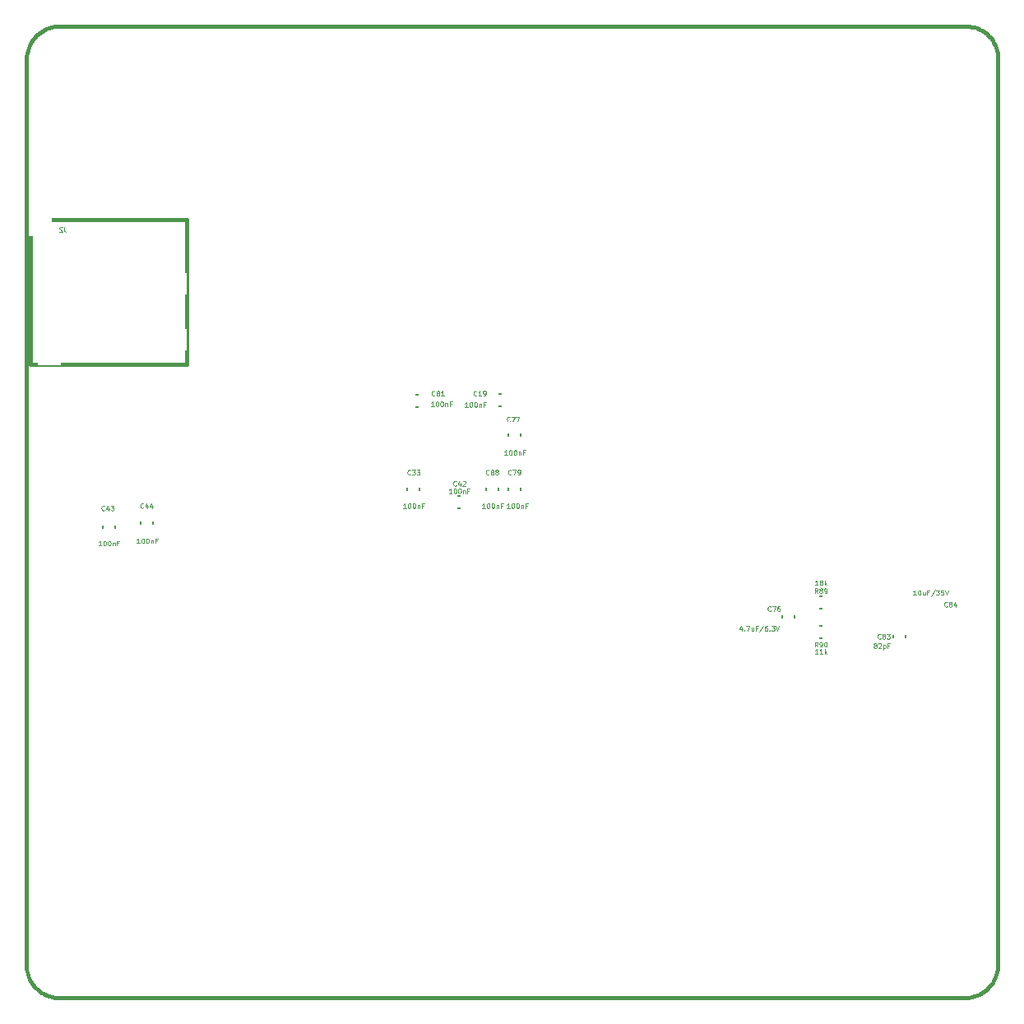
<source format=gbo>
G04 (created by PCBNEW-RS274X (2011-05-25)-stable) date 2011-12-18T13:02:57 CET*
G01*
G70*
G90*
%MOIN*%
G04 Gerber Fmt 3.4, Leading zero omitted, Abs format*
%FSLAX34Y34*%
G04 APERTURE LIST*
%ADD10C,0.006000*%
%ADD11C,0.015000*%
%ADD12C,0.005000*%
%ADD13C,0.004900*%
%ADD14C,0.004500*%
%ADD15C,0.080000*%
%ADD16C,0.126300*%
%ADD17R,0.100000X0.080000*%
%ADD18R,0.065000X0.045000*%
%ADD19R,0.045000X0.065000*%
%ADD20C,0.075000*%
%ADD21C,0.070000*%
%ADD22R,0.080000X0.080000*%
%ADD23R,0.095000X0.095000*%
%ADD24C,0.095000*%
%ADD25C,0.256200*%
%ADD26R,0.120000X0.120000*%
%ADD27C,0.120000*%
%ADD28R,0.059400X0.059400*%
%ADD29C,0.059400*%
%ADD30R,0.079100X0.051500*%
%ADD31R,0.075100X0.090900*%
%ADD32R,0.094800X0.075100*%
%ADD33C,0.098700*%
%ADD34C,0.010000*%
G04 APERTURE END LIST*
G54D10*
G54D11*
X39375Y-01325D02*
X39375Y-37975D01*
X01400Y00000D02*
X38100Y00000D01*
X00000Y-37925D02*
X00000Y-01325D01*
X38075Y-39375D02*
X01275Y-39375D01*
X01375Y-00001D02*
X01259Y-00004D01*
X01142Y-00017D01*
X01026Y-00040D01*
X00913Y-00073D01*
X00804Y-00116D01*
X00698Y-00169D01*
X00598Y-00230D01*
X00503Y-00300D01*
X00414Y-00378D01*
X00333Y-00463D01*
X00260Y-00555D01*
X00195Y-00653D01*
X00138Y-00757D01*
X00091Y-00865D01*
X00053Y-00976D01*
X00026Y-01091D01*
X00008Y-01207D01*
X00001Y-01325D01*
X00001Y-37950D02*
X-00001Y-38067D01*
X00008Y-38185D01*
X00027Y-38301D01*
X00056Y-38415D01*
X00095Y-38527D01*
X00144Y-38634D01*
X00201Y-38737D01*
X00268Y-38834D01*
X00343Y-38926D01*
X00425Y-39010D01*
X00514Y-39087D01*
X00610Y-39156D01*
X00712Y-39216D01*
X00818Y-39267D01*
X00928Y-39309D01*
X01042Y-39341D01*
X01158Y-39363D01*
X01275Y-39374D01*
X38074Y-39374D02*
X38191Y-39364D01*
X38307Y-39345D01*
X38421Y-39315D01*
X38532Y-39275D01*
X38639Y-39226D01*
X38742Y-39168D01*
X38839Y-39101D01*
X38930Y-39026D01*
X39013Y-38943D01*
X39090Y-38854D01*
X39158Y-38758D01*
X39218Y-38656D01*
X39268Y-38550D01*
X39309Y-38439D01*
X39340Y-38326D01*
X39362Y-38210D01*
X39373Y-38093D01*
X39374Y-37976D01*
X39374Y-01324D02*
X39371Y-01212D01*
X39359Y-01099D01*
X39336Y-00988D01*
X39304Y-00879D01*
X39263Y-00774D01*
X39213Y-00672D01*
X39154Y-00575D01*
X39086Y-00484D01*
X39011Y-00399D01*
X38929Y-00321D01*
X38840Y-00250D01*
X38746Y-00187D01*
X38646Y-00133D01*
X38542Y-00088D01*
X38435Y-00051D01*
X38325Y-00025D01*
X38213Y-00008D01*
X38099Y-00001D01*
G54D12*
X36200Y-23175D02*
X37100Y-23175D01*
X37100Y-23175D02*
X37100Y-23825D01*
X36200Y-24525D02*
X36200Y-25175D01*
X36200Y-25175D02*
X37100Y-25175D01*
X37100Y-25175D02*
X37100Y-24525D01*
X36200Y-23825D02*
X36200Y-23175D01*
X03100Y-19850D02*
X03100Y-20750D01*
X03100Y-20750D02*
X03600Y-20750D01*
X03600Y-20750D02*
X03600Y-19850D01*
X03600Y-19850D02*
X03100Y-19850D01*
X04650Y-19700D02*
X04650Y-20600D01*
X04650Y-20600D02*
X05150Y-20600D01*
X05150Y-20600D02*
X05150Y-19700D01*
X05150Y-19700D02*
X04650Y-19700D01*
X19525Y-16125D02*
X19525Y-17025D01*
X19525Y-17025D02*
X20025Y-17025D01*
X20025Y-17025D02*
X20025Y-16125D01*
X20025Y-16125D02*
X19525Y-16125D01*
X20025Y-19225D02*
X20025Y-18325D01*
X20025Y-18325D02*
X19525Y-18325D01*
X19525Y-18325D02*
X19525Y-19225D01*
X19525Y-19225D02*
X20025Y-19225D01*
X16275Y-14925D02*
X15375Y-14925D01*
X15375Y-14925D02*
X15375Y-15425D01*
X15375Y-15425D02*
X16275Y-15425D01*
X16275Y-15425D02*
X16275Y-14925D01*
X19125Y-19225D02*
X19125Y-18325D01*
X19125Y-18325D02*
X18625Y-18325D01*
X18625Y-18325D02*
X18625Y-19225D01*
X18625Y-19225D02*
X19125Y-19225D01*
X30650Y-23500D02*
X30650Y-24400D01*
X30650Y-24400D02*
X31150Y-24400D01*
X31150Y-24400D02*
X31150Y-23500D01*
X31150Y-23500D02*
X30650Y-23500D01*
X35150Y-24275D02*
X35150Y-25175D01*
X35150Y-25175D02*
X35650Y-25175D01*
X35650Y-25175D02*
X35650Y-24275D01*
X35650Y-24275D02*
X35150Y-24275D01*
X31750Y-23600D02*
X32650Y-23600D01*
X32650Y-23600D02*
X32650Y-23100D01*
X32650Y-23100D02*
X31750Y-23100D01*
X31750Y-23100D02*
X31750Y-23600D01*
X32650Y-24300D02*
X31750Y-24300D01*
X31750Y-24300D02*
X31750Y-24800D01*
X31750Y-24800D02*
X32650Y-24800D01*
X32650Y-24800D02*
X32650Y-24300D01*
X15450Y-18325D02*
X15450Y-19225D01*
X15450Y-19225D02*
X15950Y-19225D01*
X15950Y-19225D02*
X15950Y-18325D01*
X15950Y-18325D02*
X15450Y-18325D01*
X19650Y-14900D02*
X18750Y-14900D01*
X18750Y-14900D02*
X18750Y-15400D01*
X18750Y-15400D02*
X19650Y-15400D01*
X19650Y-15400D02*
X19650Y-14900D01*
X17100Y-19550D02*
X18000Y-19550D01*
X18000Y-19550D02*
X18000Y-19050D01*
X18000Y-19050D02*
X17100Y-19050D01*
X17100Y-19050D02*
X17100Y-19550D01*
G54D11*
X00163Y-13699D02*
X00163Y-07833D01*
X06462Y-07833D02*
X06501Y-07833D01*
X06501Y-07833D02*
X06501Y-07912D01*
X00163Y-07833D02*
X06462Y-07833D01*
X06501Y-13700D02*
X06501Y-07912D01*
X00163Y-13699D02*
X06501Y-13699D01*
G54D13*
X37323Y-23510D02*
X37314Y-23520D01*
X37286Y-23529D01*
X37267Y-23529D01*
X37239Y-23520D01*
X37220Y-23501D01*
X37211Y-23482D01*
X37202Y-23445D01*
X37202Y-23417D01*
X37211Y-23379D01*
X37220Y-23360D01*
X37239Y-23342D01*
X37267Y-23332D01*
X37286Y-23332D01*
X37314Y-23342D01*
X37323Y-23351D01*
X37436Y-23417D02*
X37417Y-23407D01*
X37408Y-23398D01*
X37399Y-23379D01*
X37399Y-23370D01*
X37408Y-23351D01*
X37417Y-23342D01*
X37436Y-23332D01*
X37474Y-23332D01*
X37492Y-23342D01*
X37502Y-23351D01*
X37511Y-23370D01*
X37511Y-23379D01*
X37502Y-23398D01*
X37492Y-23407D01*
X37474Y-23417D01*
X37436Y-23417D01*
X37417Y-23426D01*
X37408Y-23435D01*
X37399Y-23454D01*
X37399Y-23492D01*
X37408Y-23510D01*
X37417Y-23520D01*
X37436Y-23529D01*
X37474Y-23529D01*
X37492Y-23520D01*
X37502Y-23510D01*
X37511Y-23492D01*
X37511Y-23454D01*
X37502Y-23435D01*
X37492Y-23426D01*
X37474Y-23417D01*
X37680Y-23398D02*
X37680Y-23529D01*
X37633Y-23323D02*
X37587Y-23464D01*
X37708Y-23464D01*
X36063Y-23054D02*
X35951Y-23054D01*
X36007Y-23054D02*
X36007Y-22857D01*
X35988Y-22885D01*
X35969Y-22904D01*
X35951Y-22914D01*
X36185Y-22857D02*
X36204Y-22857D01*
X36223Y-22867D01*
X36232Y-22876D01*
X36242Y-22895D01*
X36251Y-22932D01*
X36251Y-22979D01*
X36242Y-23017D01*
X36232Y-23035D01*
X36223Y-23045D01*
X36204Y-23054D01*
X36185Y-23054D01*
X36167Y-23045D01*
X36157Y-23035D01*
X36148Y-23017D01*
X36139Y-22979D01*
X36139Y-22932D01*
X36148Y-22895D01*
X36157Y-22876D01*
X36167Y-22867D01*
X36185Y-22857D01*
X36420Y-22923D02*
X36420Y-23054D01*
X36336Y-22923D02*
X36336Y-23026D01*
X36345Y-23045D01*
X36364Y-23054D01*
X36392Y-23054D01*
X36411Y-23045D01*
X36420Y-23035D01*
X36580Y-22951D02*
X36514Y-22951D01*
X36514Y-23054D02*
X36514Y-22857D01*
X36608Y-22857D01*
X36824Y-22848D02*
X36655Y-23101D01*
X36870Y-22857D02*
X36992Y-22857D01*
X36926Y-22932D01*
X36955Y-22932D01*
X36973Y-22942D01*
X36983Y-22951D01*
X36992Y-22970D01*
X36992Y-23017D01*
X36983Y-23035D01*
X36973Y-23045D01*
X36955Y-23054D01*
X36898Y-23054D01*
X36880Y-23045D01*
X36870Y-23035D01*
X37171Y-22857D02*
X37077Y-22857D01*
X37068Y-22951D01*
X37077Y-22942D01*
X37096Y-22932D01*
X37143Y-22932D01*
X37161Y-22942D01*
X37171Y-22951D01*
X37180Y-22970D01*
X37180Y-23017D01*
X37171Y-23035D01*
X37161Y-23045D01*
X37143Y-23054D01*
X37096Y-23054D01*
X37077Y-23045D01*
X37068Y-23035D01*
X37237Y-22857D02*
X37302Y-23054D01*
X37368Y-22857D01*
G54D14*
X03173Y-19610D02*
X03164Y-19620D01*
X03136Y-19629D01*
X03117Y-19629D01*
X03089Y-19620D01*
X03070Y-19601D01*
X03061Y-19582D01*
X03052Y-19545D01*
X03052Y-19517D01*
X03061Y-19479D01*
X03070Y-19460D01*
X03089Y-19442D01*
X03117Y-19432D01*
X03136Y-19432D01*
X03164Y-19442D01*
X03173Y-19451D01*
X03342Y-19498D02*
X03342Y-19629D01*
X03295Y-19423D02*
X03249Y-19564D01*
X03370Y-19564D01*
X03427Y-19432D02*
X03549Y-19432D01*
X03483Y-19507D01*
X03512Y-19507D01*
X03530Y-19517D01*
X03540Y-19526D01*
X03549Y-19545D01*
X03549Y-19592D01*
X03540Y-19610D01*
X03530Y-19620D01*
X03512Y-19629D01*
X03455Y-19629D01*
X03437Y-19620D01*
X03427Y-19610D01*
X03045Y-21054D02*
X02933Y-21054D01*
X02989Y-21054D02*
X02989Y-20857D01*
X02970Y-20885D01*
X02951Y-20904D01*
X02933Y-20914D01*
X03167Y-20857D02*
X03186Y-20857D01*
X03205Y-20867D01*
X03214Y-20876D01*
X03224Y-20895D01*
X03233Y-20932D01*
X03233Y-20979D01*
X03224Y-21017D01*
X03214Y-21035D01*
X03205Y-21045D01*
X03186Y-21054D01*
X03167Y-21054D01*
X03149Y-21045D01*
X03139Y-21035D01*
X03130Y-21017D01*
X03121Y-20979D01*
X03121Y-20932D01*
X03130Y-20895D01*
X03139Y-20876D01*
X03149Y-20867D01*
X03167Y-20857D01*
X03355Y-20857D02*
X03374Y-20857D01*
X03393Y-20867D01*
X03402Y-20876D01*
X03412Y-20895D01*
X03421Y-20932D01*
X03421Y-20979D01*
X03412Y-21017D01*
X03402Y-21035D01*
X03393Y-21045D01*
X03374Y-21054D01*
X03355Y-21054D01*
X03337Y-21045D01*
X03327Y-21035D01*
X03318Y-21017D01*
X03309Y-20979D01*
X03309Y-20932D01*
X03318Y-20895D01*
X03327Y-20876D01*
X03337Y-20867D01*
X03355Y-20857D01*
X03506Y-20923D02*
X03506Y-21054D01*
X03506Y-20942D02*
X03515Y-20932D01*
X03534Y-20923D01*
X03562Y-20923D01*
X03581Y-20932D01*
X03590Y-20951D01*
X03590Y-21054D01*
X03750Y-20951D02*
X03684Y-20951D01*
X03684Y-21054D02*
X03684Y-20857D01*
X03778Y-20857D01*
X04748Y-19510D02*
X04739Y-19520D01*
X04711Y-19529D01*
X04692Y-19529D01*
X04664Y-19520D01*
X04645Y-19501D01*
X04636Y-19482D01*
X04627Y-19445D01*
X04627Y-19417D01*
X04636Y-19379D01*
X04645Y-19360D01*
X04664Y-19342D01*
X04692Y-19332D01*
X04711Y-19332D01*
X04739Y-19342D01*
X04748Y-19351D01*
X04917Y-19398D02*
X04917Y-19529D01*
X04870Y-19323D02*
X04824Y-19464D01*
X04945Y-19464D01*
X05105Y-19398D02*
X05105Y-19529D01*
X05058Y-19323D02*
X05012Y-19464D01*
X05133Y-19464D01*
X04595Y-20954D02*
X04483Y-20954D01*
X04539Y-20954D02*
X04539Y-20757D01*
X04520Y-20785D01*
X04501Y-20804D01*
X04483Y-20814D01*
X04717Y-20757D02*
X04736Y-20757D01*
X04755Y-20767D01*
X04764Y-20776D01*
X04774Y-20795D01*
X04783Y-20832D01*
X04783Y-20879D01*
X04774Y-20917D01*
X04764Y-20935D01*
X04755Y-20945D01*
X04736Y-20954D01*
X04717Y-20954D01*
X04699Y-20945D01*
X04689Y-20935D01*
X04680Y-20917D01*
X04671Y-20879D01*
X04671Y-20832D01*
X04680Y-20795D01*
X04689Y-20776D01*
X04699Y-20767D01*
X04717Y-20757D01*
X04905Y-20757D02*
X04924Y-20757D01*
X04943Y-20767D01*
X04952Y-20776D01*
X04962Y-20795D01*
X04971Y-20832D01*
X04971Y-20879D01*
X04962Y-20917D01*
X04952Y-20935D01*
X04943Y-20945D01*
X04924Y-20954D01*
X04905Y-20954D01*
X04887Y-20945D01*
X04877Y-20935D01*
X04868Y-20917D01*
X04859Y-20879D01*
X04859Y-20832D01*
X04868Y-20795D01*
X04877Y-20776D01*
X04887Y-20767D01*
X04905Y-20757D01*
X05056Y-20823D02*
X05056Y-20954D01*
X05056Y-20842D02*
X05065Y-20832D01*
X05084Y-20823D01*
X05112Y-20823D01*
X05131Y-20832D01*
X05140Y-20851D01*
X05140Y-20954D01*
X05300Y-20851D02*
X05234Y-20851D01*
X05234Y-20954D02*
X05234Y-20757D01*
X05328Y-20757D01*
X19598Y-16010D02*
X19589Y-16020D01*
X19561Y-16029D01*
X19542Y-16029D01*
X19514Y-16020D01*
X19495Y-16001D01*
X19486Y-15982D01*
X19477Y-15945D01*
X19477Y-15917D01*
X19486Y-15879D01*
X19495Y-15860D01*
X19514Y-15842D01*
X19542Y-15832D01*
X19561Y-15832D01*
X19589Y-15842D01*
X19598Y-15851D01*
X19664Y-15832D02*
X19795Y-15832D01*
X19711Y-16029D01*
X19852Y-15832D02*
X19983Y-15832D01*
X19899Y-16029D01*
X19495Y-17379D02*
X19383Y-17379D01*
X19439Y-17379D02*
X19439Y-17182D01*
X19420Y-17210D01*
X19401Y-17229D01*
X19383Y-17239D01*
X19617Y-17182D02*
X19636Y-17182D01*
X19655Y-17192D01*
X19664Y-17201D01*
X19674Y-17220D01*
X19683Y-17257D01*
X19683Y-17304D01*
X19674Y-17342D01*
X19664Y-17360D01*
X19655Y-17370D01*
X19636Y-17379D01*
X19617Y-17379D01*
X19599Y-17370D01*
X19589Y-17360D01*
X19580Y-17342D01*
X19571Y-17304D01*
X19571Y-17257D01*
X19580Y-17220D01*
X19589Y-17201D01*
X19599Y-17192D01*
X19617Y-17182D01*
X19805Y-17182D02*
X19824Y-17182D01*
X19843Y-17192D01*
X19852Y-17201D01*
X19862Y-17220D01*
X19871Y-17257D01*
X19871Y-17304D01*
X19862Y-17342D01*
X19852Y-17360D01*
X19843Y-17370D01*
X19824Y-17379D01*
X19805Y-17379D01*
X19787Y-17370D01*
X19777Y-17360D01*
X19768Y-17342D01*
X19759Y-17304D01*
X19759Y-17257D01*
X19768Y-17220D01*
X19777Y-17201D01*
X19787Y-17192D01*
X19805Y-17182D01*
X19956Y-17248D02*
X19956Y-17379D01*
X19956Y-17267D02*
X19965Y-17257D01*
X19984Y-17248D01*
X20012Y-17248D01*
X20031Y-17257D01*
X20040Y-17276D01*
X20040Y-17379D01*
X20200Y-17276D02*
X20134Y-17276D01*
X20134Y-17379D02*
X20134Y-17182D01*
X20228Y-17182D01*
X19648Y-18160D02*
X19639Y-18170D01*
X19611Y-18179D01*
X19592Y-18179D01*
X19564Y-18170D01*
X19545Y-18151D01*
X19536Y-18132D01*
X19527Y-18095D01*
X19527Y-18067D01*
X19536Y-18029D01*
X19545Y-18010D01*
X19564Y-17992D01*
X19592Y-17982D01*
X19611Y-17982D01*
X19639Y-17992D01*
X19648Y-18001D01*
X19714Y-17982D02*
X19845Y-17982D01*
X19761Y-18179D01*
X19930Y-18179D02*
X19968Y-18179D01*
X19987Y-18170D01*
X19996Y-18160D01*
X20015Y-18132D01*
X20024Y-18095D01*
X20024Y-18020D01*
X20015Y-18001D01*
X20005Y-17992D01*
X19987Y-17982D01*
X19949Y-17982D01*
X19930Y-17992D01*
X19921Y-18001D01*
X19912Y-18020D01*
X19912Y-18067D01*
X19921Y-18085D01*
X19930Y-18095D01*
X19949Y-18104D01*
X19987Y-18104D01*
X20005Y-18095D01*
X20015Y-18085D01*
X20024Y-18067D01*
X19595Y-19529D02*
X19483Y-19529D01*
X19539Y-19529D02*
X19539Y-19332D01*
X19520Y-19360D01*
X19501Y-19379D01*
X19483Y-19389D01*
X19717Y-19332D02*
X19736Y-19332D01*
X19755Y-19342D01*
X19764Y-19351D01*
X19774Y-19370D01*
X19783Y-19407D01*
X19783Y-19454D01*
X19774Y-19492D01*
X19764Y-19510D01*
X19755Y-19520D01*
X19736Y-19529D01*
X19717Y-19529D01*
X19699Y-19520D01*
X19689Y-19510D01*
X19680Y-19492D01*
X19671Y-19454D01*
X19671Y-19407D01*
X19680Y-19370D01*
X19689Y-19351D01*
X19699Y-19342D01*
X19717Y-19332D01*
X19905Y-19332D02*
X19924Y-19332D01*
X19943Y-19342D01*
X19952Y-19351D01*
X19962Y-19370D01*
X19971Y-19407D01*
X19971Y-19454D01*
X19962Y-19492D01*
X19952Y-19510D01*
X19943Y-19520D01*
X19924Y-19529D01*
X19905Y-19529D01*
X19887Y-19520D01*
X19877Y-19510D01*
X19868Y-19492D01*
X19859Y-19454D01*
X19859Y-19407D01*
X19868Y-19370D01*
X19877Y-19351D01*
X19887Y-19342D01*
X19905Y-19332D01*
X20056Y-19398D02*
X20056Y-19529D01*
X20056Y-19417D02*
X20065Y-19407D01*
X20084Y-19398D01*
X20112Y-19398D01*
X20131Y-19407D01*
X20140Y-19426D01*
X20140Y-19529D01*
X20300Y-19426D02*
X20234Y-19426D01*
X20234Y-19529D02*
X20234Y-19332D01*
X20328Y-19332D01*
X16548Y-14960D02*
X16539Y-14970D01*
X16511Y-14979D01*
X16492Y-14979D01*
X16464Y-14970D01*
X16445Y-14951D01*
X16436Y-14932D01*
X16427Y-14895D01*
X16427Y-14867D01*
X16436Y-14829D01*
X16445Y-14810D01*
X16464Y-14792D01*
X16492Y-14782D01*
X16511Y-14782D01*
X16539Y-14792D01*
X16548Y-14801D01*
X16661Y-14867D02*
X16642Y-14857D01*
X16633Y-14848D01*
X16624Y-14829D01*
X16624Y-14820D01*
X16633Y-14801D01*
X16642Y-14792D01*
X16661Y-14782D01*
X16699Y-14782D01*
X16717Y-14792D01*
X16727Y-14801D01*
X16736Y-14820D01*
X16736Y-14829D01*
X16727Y-14848D01*
X16717Y-14857D01*
X16699Y-14867D01*
X16661Y-14867D01*
X16642Y-14876D01*
X16633Y-14885D01*
X16624Y-14904D01*
X16624Y-14942D01*
X16633Y-14960D01*
X16642Y-14970D01*
X16661Y-14979D01*
X16699Y-14979D01*
X16717Y-14970D01*
X16727Y-14960D01*
X16736Y-14942D01*
X16736Y-14904D01*
X16727Y-14885D01*
X16717Y-14876D01*
X16699Y-14867D01*
X16924Y-14979D02*
X16812Y-14979D01*
X16868Y-14979D02*
X16868Y-14782D01*
X16849Y-14810D01*
X16830Y-14829D01*
X16812Y-14839D01*
X16520Y-15404D02*
X16408Y-15404D01*
X16464Y-15404D02*
X16464Y-15207D01*
X16445Y-15235D01*
X16426Y-15254D01*
X16408Y-15264D01*
X16642Y-15207D02*
X16661Y-15207D01*
X16680Y-15217D01*
X16689Y-15226D01*
X16699Y-15245D01*
X16708Y-15282D01*
X16708Y-15329D01*
X16699Y-15367D01*
X16689Y-15385D01*
X16680Y-15395D01*
X16661Y-15404D01*
X16642Y-15404D01*
X16624Y-15395D01*
X16614Y-15385D01*
X16605Y-15367D01*
X16596Y-15329D01*
X16596Y-15282D01*
X16605Y-15245D01*
X16614Y-15226D01*
X16624Y-15217D01*
X16642Y-15207D01*
X16830Y-15207D02*
X16849Y-15207D01*
X16868Y-15217D01*
X16877Y-15226D01*
X16887Y-15245D01*
X16896Y-15282D01*
X16896Y-15329D01*
X16887Y-15367D01*
X16877Y-15385D01*
X16868Y-15395D01*
X16849Y-15404D01*
X16830Y-15404D01*
X16812Y-15395D01*
X16802Y-15385D01*
X16793Y-15367D01*
X16784Y-15329D01*
X16784Y-15282D01*
X16793Y-15245D01*
X16802Y-15226D01*
X16812Y-15217D01*
X16830Y-15207D01*
X16981Y-15273D02*
X16981Y-15404D01*
X16981Y-15292D02*
X16990Y-15282D01*
X17009Y-15273D01*
X17037Y-15273D01*
X17056Y-15282D01*
X17065Y-15301D01*
X17065Y-15404D01*
X17225Y-15301D02*
X17159Y-15301D01*
X17159Y-15404D02*
X17159Y-15207D01*
X17253Y-15207D01*
X18748Y-18160D02*
X18739Y-18170D01*
X18711Y-18179D01*
X18692Y-18179D01*
X18664Y-18170D01*
X18645Y-18151D01*
X18636Y-18132D01*
X18627Y-18095D01*
X18627Y-18067D01*
X18636Y-18029D01*
X18645Y-18010D01*
X18664Y-17992D01*
X18692Y-17982D01*
X18711Y-17982D01*
X18739Y-17992D01*
X18748Y-18001D01*
X18861Y-18067D02*
X18842Y-18057D01*
X18833Y-18048D01*
X18824Y-18029D01*
X18824Y-18020D01*
X18833Y-18001D01*
X18842Y-17992D01*
X18861Y-17982D01*
X18899Y-17982D01*
X18917Y-17992D01*
X18927Y-18001D01*
X18936Y-18020D01*
X18936Y-18029D01*
X18927Y-18048D01*
X18917Y-18057D01*
X18899Y-18067D01*
X18861Y-18067D01*
X18842Y-18076D01*
X18833Y-18085D01*
X18824Y-18104D01*
X18824Y-18142D01*
X18833Y-18160D01*
X18842Y-18170D01*
X18861Y-18179D01*
X18899Y-18179D01*
X18917Y-18170D01*
X18927Y-18160D01*
X18936Y-18142D01*
X18936Y-18104D01*
X18927Y-18085D01*
X18917Y-18076D01*
X18899Y-18067D01*
X19049Y-18067D02*
X19030Y-18057D01*
X19021Y-18048D01*
X19012Y-18029D01*
X19012Y-18020D01*
X19021Y-18001D01*
X19030Y-17992D01*
X19049Y-17982D01*
X19087Y-17982D01*
X19105Y-17992D01*
X19115Y-18001D01*
X19124Y-18020D01*
X19124Y-18029D01*
X19115Y-18048D01*
X19105Y-18057D01*
X19087Y-18067D01*
X19049Y-18067D01*
X19030Y-18076D01*
X19021Y-18085D01*
X19012Y-18104D01*
X19012Y-18142D01*
X19021Y-18160D01*
X19030Y-18170D01*
X19049Y-18179D01*
X19087Y-18179D01*
X19105Y-18170D01*
X19115Y-18160D01*
X19124Y-18142D01*
X19124Y-18104D01*
X19115Y-18085D01*
X19105Y-18076D01*
X19087Y-18067D01*
X18595Y-19529D02*
X18483Y-19529D01*
X18539Y-19529D02*
X18539Y-19332D01*
X18520Y-19360D01*
X18501Y-19379D01*
X18483Y-19389D01*
X18717Y-19332D02*
X18736Y-19332D01*
X18755Y-19342D01*
X18764Y-19351D01*
X18774Y-19370D01*
X18783Y-19407D01*
X18783Y-19454D01*
X18774Y-19492D01*
X18764Y-19510D01*
X18755Y-19520D01*
X18736Y-19529D01*
X18717Y-19529D01*
X18699Y-19520D01*
X18689Y-19510D01*
X18680Y-19492D01*
X18671Y-19454D01*
X18671Y-19407D01*
X18680Y-19370D01*
X18689Y-19351D01*
X18699Y-19342D01*
X18717Y-19332D01*
X18905Y-19332D02*
X18924Y-19332D01*
X18943Y-19342D01*
X18952Y-19351D01*
X18962Y-19370D01*
X18971Y-19407D01*
X18971Y-19454D01*
X18962Y-19492D01*
X18952Y-19510D01*
X18943Y-19520D01*
X18924Y-19529D01*
X18905Y-19529D01*
X18887Y-19520D01*
X18877Y-19510D01*
X18868Y-19492D01*
X18859Y-19454D01*
X18859Y-19407D01*
X18868Y-19370D01*
X18877Y-19351D01*
X18887Y-19342D01*
X18905Y-19332D01*
X19056Y-19398D02*
X19056Y-19529D01*
X19056Y-19417D02*
X19065Y-19407D01*
X19084Y-19398D01*
X19112Y-19398D01*
X19131Y-19407D01*
X19140Y-19426D01*
X19140Y-19529D01*
X19300Y-19426D02*
X19234Y-19426D01*
X19234Y-19529D02*
X19234Y-19332D01*
X19328Y-19332D01*
X30173Y-23685D02*
X30164Y-23695D01*
X30136Y-23704D01*
X30117Y-23704D01*
X30089Y-23695D01*
X30070Y-23676D01*
X30061Y-23657D01*
X30052Y-23620D01*
X30052Y-23592D01*
X30061Y-23554D01*
X30070Y-23535D01*
X30089Y-23517D01*
X30117Y-23507D01*
X30136Y-23507D01*
X30164Y-23517D01*
X30173Y-23526D01*
X30239Y-23507D02*
X30370Y-23507D01*
X30286Y-23704D01*
X30530Y-23507D02*
X30493Y-23507D01*
X30474Y-23517D01*
X30465Y-23526D01*
X30446Y-23554D01*
X30437Y-23592D01*
X30437Y-23667D01*
X30446Y-23685D01*
X30455Y-23695D01*
X30474Y-23704D01*
X30512Y-23704D01*
X30530Y-23695D01*
X30540Y-23685D01*
X30549Y-23667D01*
X30549Y-23620D01*
X30540Y-23601D01*
X30530Y-23592D01*
X30512Y-23582D01*
X30474Y-23582D01*
X30455Y-23592D01*
X30446Y-23601D01*
X30437Y-23620D01*
X29000Y-24373D02*
X29000Y-24504D01*
X28953Y-24298D02*
X28907Y-24439D01*
X29028Y-24439D01*
X29104Y-24485D02*
X29113Y-24495D01*
X29104Y-24504D01*
X29095Y-24495D01*
X29104Y-24485D01*
X29104Y-24504D01*
X29179Y-24307D02*
X29310Y-24307D01*
X29226Y-24504D01*
X29470Y-24373D02*
X29470Y-24504D01*
X29386Y-24373D02*
X29386Y-24476D01*
X29395Y-24495D01*
X29414Y-24504D01*
X29442Y-24504D01*
X29461Y-24495D01*
X29470Y-24485D01*
X29630Y-24401D02*
X29564Y-24401D01*
X29564Y-24504D02*
X29564Y-24307D01*
X29658Y-24307D01*
X29874Y-24298D02*
X29705Y-24551D01*
X30023Y-24307D02*
X29986Y-24307D01*
X29967Y-24317D01*
X29958Y-24326D01*
X29939Y-24354D01*
X29930Y-24392D01*
X29930Y-24467D01*
X29939Y-24485D01*
X29948Y-24495D01*
X29967Y-24504D01*
X30005Y-24504D01*
X30023Y-24495D01*
X30033Y-24485D01*
X30042Y-24467D01*
X30042Y-24420D01*
X30033Y-24401D01*
X30023Y-24392D01*
X30005Y-24382D01*
X29967Y-24382D01*
X29948Y-24392D01*
X29939Y-24401D01*
X29930Y-24420D01*
X30127Y-24485D02*
X30136Y-24495D01*
X30127Y-24504D01*
X30118Y-24495D01*
X30127Y-24485D01*
X30127Y-24504D01*
X30202Y-24307D02*
X30324Y-24307D01*
X30258Y-24382D01*
X30287Y-24382D01*
X30305Y-24392D01*
X30315Y-24401D01*
X30324Y-24420D01*
X30324Y-24467D01*
X30315Y-24485D01*
X30305Y-24495D01*
X30287Y-24504D01*
X30230Y-24504D01*
X30212Y-24495D01*
X30202Y-24485D01*
X30381Y-24307D02*
X30446Y-24504D01*
X30512Y-24307D01*
X34623Y-24810D02*
X34614Y-24820D01*
X34586Y-24829D01*
X34567Y-24829D01*
X34539Y-24820D01*
X34520Y-24801D01*
X34511Y-24782D01*
X34502Y-24745D01*
X34502Y-24717D01*
X34511Y-24679D01*
X34520Y-24660D01*
X34539Y-24642D01*
X34567Y-24632D01*
X34586Y-24632D01*
X34614Y-24642D01*
X34623Y-24651D01*
X34736Y-24717D02*
X34717Y-24707D01*
X34708Y-24698D01*
X34699Y-24679D01*
X34699Y-24670D01*
X34708Y-24651D01*
X34717Y-24642D01*
X34736Y-24632D01*
X34774Y-24632D01*
X34792Y-24642D01*
X34802Y-24651D01*
X34811Y-24670D01*
X34811Y-24679D01*
X34802Y-24698D01*
X34792Y-24707D01*
X34774Y-24717D01*
X34736Y-24717D01*
X34717Y-24726D01*
X34708Y-24735D01*
X34699Y-24754D01*
X34699Y-24792D01*
X34708Y-24810D01*
X34717Y-24820D01*
X34736Y-24829D01*
X34774Y-24829D01*
X34792Y-24820D01*
X34802Y-24810D01*
X34811Y-24792D01*
X34811Y-24754D01*
X34802Y-24735D01*
X34792Y-24726D01*
X34774Y-24717D01*
X34877Y-24632D02*
X34999Y-24632D01*
X34933Y-24707D01*
X34962Y-24707D01*
X34980Y-24717D01*
X34990Y-24726D01*
X34999Y-24745D01*
X34999Y-24792D01*
X34990Y-24810D01*
X34980Y-24820D01*
X34962Y-24829D01*
X34905Y-24829D01*
X34887Y-24820D01*
X34877Y-24810D01*
X34389Y-25092D02*
X34370Y-25082D01*
X34361Y-25073D01*
X34352Y-25054D01*
X34352Y-25045D01*
X34361Y-25026D01*
X34370Y-25017D01*
X34389Y-25007D01*
X34427Y-25007D01*
X34445Y-25017D01*
X34455Y-25026D01*
X34464Y-25045D01*
X34464Y-25054D01*
X34455Y-25073D01*
X34445Y-25082D01*
X34427Y-25092D01*
X34389Y-25092D01*
X34370Y-25101D01*
X34361Y-25110D01*
X34352Y-25129D01*
X34352Y-25167D01*
X34361Y-25185D01*
X34370Y-25195D01*
X34389Y-25204D01*
X34427Y-25204D01*
X34445Y-25195D01*
X34455Y-25185D01*
X34464Y-25167D01*
X34464Y-25129D01*
X34455Y-25110D01*
X34445Y-25101D01*
X34427Y-25092D01*
X34540Y-25026D02*
X34549Y-25017D01*
X34568Y-25007D01*
X34615Y-25007D01*
X34633Y-25017D01*
X34643Y-25026D01*
X34652Y-25045D01*
X34652Y-25064D01*
X34643Y-25092D01*
X34530Y-25204D01*
X34652Y-25204D01*
X34737Y-25073D02*
X34737Y-25270D01*
X34737Y-25082D02*
X34756Y-25073D01*
X34793Y-25073D01*
X34812Y-25082D01*
X34821Y-25092D01*
X34831Y-25110D01*
X34831Y-25167D01*
X34821Y-25185D01*
X34812Y-25195D01*
X34793Y-25204D01*
X34756Y-25204D01*
X34737Y-25195D01*
X34981Y-25101D02*
X34915Y-25101D01*
X34915Y-25204D02*
X34915Y-25007D01*
X35009Y-25007D01*
X32073Y-22979D02*
X32008Y-22885D01*
X31961Y-22979D02*
X31961Y-22782D01*
X32036Y-22782D01*
X32055Y-22792D01*
X32064Y-22801D01*
X32073Y-22820D01*
X32073Y-22848D01*
X32064Y-22867D01*
X32055Y-22876D01*
X32036Y-22885D01*
X31961Y-22885D01*
X32186Y-22867D02*
X32167Y-22857D01*
X32158Y-22848D01*
X32149Y-22829D01*
X32149Y-22820D01*
X32158Y-22801D01*
X32167Y-22792D01*
X32186Y-22782D01*
X32224Y-22782D01*
X32242Y-22792D01*
X32252Y-22801D01*
X32261Y-22820D01*
X32261Y-22829D01*
X32252Y-22848D01*
X32242Y-22857D01*
X32224Y-22867D01*
X32186Y-22867D01*
X32167Y-22876D01*
X32158Y-22885D01*
X32149Y-22904D01*
X32149Y-22942D01*
X32158Y-22960D01*
X32167Y-22970D01*
X32186Y-22979D01*
X32224Y-22979D01*
X32242Y-22970D01*
X32252Y-22960D01*
X32261Y-22942D01*
X32261Y-22904D01*
X32252Y-22885D01*
X32242Y-22876D01*
X32224Y-22867D01*
X32355Y-22979D02*
X32393Y-22979D01*
X32412Y-22970D01*
X32421Y-22960D01*
X32440Y-22932D01*
X32449Y-22895D01*
X32449Y-22820D01*
X32440Y-22801D01*
X32430Y-22792D01*
X32412Y-22782D01*
X32374Y-22782D01*
X32355Y-22792D01*
X32346Y-22801D01*
X32337Y-22820D01*
X32337Y-22867D01*
X32346Y-22885D01*
X32355Y-22895D01*
X32374Y-22904D01*
X32412Y-22904D01*
X32430Y-22895D01*
X32440Y-22885D01*
X32449Y-22867D01*
X32083Y-22654D02*
X31971Y-22654D01*
X32027Y-22654D02*
X32027Y-22457D01*
X32008Y-22485D01*
X31989Y-22504D01*
X31971Y-22514D01*
X32196Y-22542D02*
X32177Y-22532D01*
X32168Y-22523D01*
X32159Y-22504D01*
X32159Y-22495D01*
X32168Y-22476D01*
X32177Y-22467D01*
X32196Y-22457D01*
X32234Y-22457D01*
X32252Y-22467D01*
X32262Y-22476D01*
X32271Y-22495D01*
X32271Y-22504D01*
X32262Y-22523D01*
X32252Y-22532D01*
X32234Y-22542D01*
X32196Y-22542D01*
X32177Y-22551D01*
X32168Y-22560D01*
X32159Y-22579D01*
X32159Y-22617D01*
X32168Y-22635D01*
X32177Y-22645D01*
X32196Y-22654D01*
X32234Y-22654D01*
X32252Y-22645D01*
X32262Y-22635D01*
X32271Y-22617D01*
X32271Y-22579D01*
X32262Y-22560D01*
X32252Y-22551D01*
X32234Y-22542D01*
X32356Y-22654D02*
X32356Y-22457D01*
X32375Y-22579D02*
X32431Y-22654D01*
X32431Y-22523D02*
X32356Y-22598D01*
X32073Y-25154D02*
X32008Y-25060D01*
X31961Y-25154D02*
X31961Y-24957D01*
X32036Y-24957D01*
X32055Y-24967D01*
X32064Y-24976D01*
X32073Y-24995D01*
X32073Y-25023D01*
X32064Y-25042D01*
X32055Y-25051D01*
X32036Y-25060D01*
X31961Y-25060D01*
X32167Y-25154D02*
X32205Y-25154D01*
X32224Y-25145D01*
X32233Y-25135D01*
X32252Y-25107D01*
X32261Y-25070D01*
X32261Y-24995D01*
X32252Y-24976D01*
X32242Y-24967D01*
X32224Y-24957D01*
X32186Y-24957D01*
X32167Y-24967D01*
X32158Y-24976D01*
X32149Y-24995D01*
X32149Y-25042D01*
X32158Y-25060D01*
X32167Y-25070D01*
X32186Y-25079D01*
X32224Y-25079D01*
X32242Y-25070D01*
X32252Y-25060D01*
X32261Y-25042D01*
X32383Y-24957D02*
X32402Y-24957D01*
X32421Y-24967D01*
X32430Y-24976D01*
X32440Y-24995D01*
X32449Y-25032D01*
X32449Y-25079D01*
X32440Y-25117D01*
X32430Y-25135D01*
X32421Y-25145D01*
X32402Y-25154D01*
X32383Y-25154D01*
X32365Y-25145D01*
X32355Y-25135D01*
X32346Y-25117D01*
X32337Y-25079D01*
X32337Y-25032D01*
X32346Y-24995D01*
X32355Y-24976D01*
X32365Y-24967D01*
X32383Y-24957D01*
X32083Y-25429D02*
X31971Y-25429D01*
X32027Y-25429D02*
X32027Y-25232D01*
X32008Y-25260D01*
X31989Y-25279D01*
X31971Y-25289D01*
X32271Y-25429D02*
X32159Y-25429D01*
X32215Y-25429D02*
X32215Y-25232D01*
X32196Y-25260D01*
X32177Y-25279D01*
X32159Y-25289D01*
X32356Y-25429D02*
X32356Y-25232D01*
X32375Y-25354D02*
X32431Y-25429D01*
X32431Y-25298D02*
X32356Y-25373D01*
X15573Y-18160D02*
X15564Y-18170D01*
X15536Y-18179D01*
X15517Y-18179D01*
X15489Y-18170D01*
X15470Y-18151D01*
X15461Y-18132D01*
X15452Y-18095D01*
X15452Y-18067D01*
X15461Y-18029D01*
X15470Y-18010D01*
X15489Y-17992D01*
X15517Y-17982D01*
X15536Y-17982D01*
X15564Y-17992D01*
X15573Y-18001D01*
X15639Y-17982D02*
X15761Y-17982D01*
X15695Y-18057D01*
X15724Y-18057D01*
X15742Y-18067D01*
X15752Y-18076D01*
X15761Y-18095D01*
X15761Y-18142D01*
X15752Y-18160D01*
X15742Y-18170D01*
X15724Y-18179D01*
X15667Y-18179D01*
X15649Y-18170D01*
X15639Y-18160D01*
X15827Y-17982D02*
X15949Y-17982D01*
X15883Y-18057D01*
X15912Y-18057D01*
X15930Y-18067D01*
X15940Y-18076D01*
X15949Y-18095D01*
X15949Y-18142D01*
X15940Y-18160D01*
X15930Y-18170D01*
X15912Y-18179D01*
X15855Y-18179D01*
X15837Y-18170D01*
X15827Y-18160D01*
X15395Y-19529D02*
X15283Y-19529D01*
X15339Y-19529D02*
X15339Y-19332D01*
X15320Y-19360D01*
X15301Y-19379D01*
X15283Y-19389D01*
X15517Y-19332D02*
X15536Y-19332D01*
X15555Y-19342D01*
X15564Y-19351D01*
X15574Y-19370D01*
X15583Y-19407D01*
X15583Y-19454D01*
X15574Y-19492D01*
X15564Y-19510D01*
X15555Y-19520D01*
X15536Y-19529D01*
X15517Y-19529D01*
X15499Y-19520D01*
X15489Y-19510D01*
X15480Y-19492D01*
X15471Y-19454D01*
X15471Y-19407D01*
X15480Y-19370D01*
X15489Y-19351D01*
X15499Y-19342D01*
X15517Y-19332D01*
X15705Y-19332D02*
X15724Y-19332D01*
X15743Y-19342D01*
X15752Y-19351D01*
X15762Y-19370D01*
X15771Y-19407D01*
X15771Y-19454D01*
X15762Y-19492D01*
X15752Y-19510D01*
X15743Y-19520D01*
X15724Y-19529D01*
X15705Y-19529D01*
X15687Y-19520D01*
X15677Y-19510D01*
X15668Y-19492D01*
X15659Y-19454D01*
X15659Y-19407D01*
X15668Y-19370D01*
X15677Y-19351D01*
X15687Y-19342D01*
X15705Y-19332D01*
X15856Y-19398D02*
X15856Y-19529D01*
X15856Y-19417D02*
X15865Y-19407D01*
X15884Y-19398D01*
X15912Y-19398D01*
X15931Y-19407D01*
X15940Y-19426D01*
X15940Y-19529D01*
X16100Y-19426D02*
X16034Y-19426D01*
X16034Y-19529D02*
X16034Y-19332D01*
X16128Y-19332D01*
X18248Y-14960D02*
X18239Y-14970D01*
X18211Y-14979D01*
X18192Y-14979D01*
X18164Y-14970D01*
X18145Y-14951D01*
X18136Y-14932D01*
X18127Y-14895D01*
X18127Y-14867D01*
X18136Y-14829D01*
X18145Y-14810D01*
X18164Y-14792D01*
X18192Y-14782D01*
X18211Y-14782D01*
X18239Y-14792D01*
X18248Y-14801D01*
X18436Y-14979D02*
X18324Y-14979D01*
X18380Y-14979D02*
X18380Y-14782D01*
X18361Y-14810D01*
X18342Y-14829D01*
X18324Y-14839D01*
X18530Y-14979D02*
X18568Y-14979D01*
X18587Y-14970D01*
X18596Y-14960D01*
X18615Y-14932D01*
X18624Y-14895D01*
X18624Y-14820D01*
X18615Y-14801D01*
X18605Y-14792D01*
X18587Y-14782D01*
X18549Y-14782D01*
X18530Y-14792D01*
X18521Y-14801D01*
X18512Y-14820D01*
X18512Y-14867D01*
X18521Y-14885D01*
X18530Y-14895D01*
X18549Y-14904D01*
X18587Y-14904D01*
X18605Y-14895D01*
X18615Y-14885D01*
X18624Y-14867D01*
X17895Y-15429D02*
X17783Y-15429D01*
X17839Y-15429D02*
X17839Y-15232D01*
X17820Y-15260D01*
X17801Y-15279D01*
X17783Y-15289D01*
X18017Y-15232D02*
X18036Y-15232D01*
X18055Y-15242D01*
X18064Y-15251D01*
X18074Y-15270D01*
X18083Y-15307D01*
X18083Y-15354D01*
X18074Y-15392D01*
X18064Y-15410D01*
X18055Y-15420D01*
X18036Y-15429D01*
X18017Y-15429D01*
X17999Y-15420D01*
X17989Y-15410D01*
X17980Y-15392D01*
X17971Y-15354D01*
X17971Y-15307D01*
X17980Y-15270D01*
X17989Y-15251D01*
X17999Y-15242D01*
X18017Y-15232D01*
X18205Y-15232D02*
X18224Y-15232D01*
X18243Y-15242D01*
X18252Y-15251D01*
X18262Y-15270D01*
X18271Y-15307D01*
X18271Y-15354D01*
X18262Y-15392D01*
X18252Y-15410D01*
X18243Y-15420D01*
X18224Y-15429D01*
X18205Y-15429D01*
X18187Y-15420D01*
X18177Y-15410D01*
X18168Y-15392D01*
X18159Y-15354D01*
X18159Y-15307D01*
X18168Y-15270D01*
X18177Y-15251D01*
X18187Y-15242D01*
X18205Y-15232D01*
X18356Y-15298D02*
X18356Y-15429D01*
X18356Y-15317D02*
X18365Y-15307D01*
X18384Y-15298D01*
X18412Y-15298D01*
X18431Y-15307D01*
X18440Y-15326D01*
X18440Y-15429D01*
X18600Y-15326D02*
X18534Y-15326D01*
X18534Y-15429D02*
X18534Y-15232D01*
X18628Y-15232D01*
X17423Y-18610D02*
X17414Y-18620D01*
X17386Y-18629D01*
X17367Y-18629D01*
X17339Y-18620D01*
X17320Y-18601D01*
X17311Y-18582D01*
X17302Y-18545D01*
X17302Y-18517D01*
X17311Y-18479D01*
X17320Y-18460D01*
X17339Y-18442D01*
X17367Y-18432D01*
X17386Y-18432D01*
X17414Y-18442D01*
X17423Y-18451D01*
X17592Y-18498D02*
X17592Y-18629D01*
X17545Y-18423D02*
X17499Y-18564D01*
X17620Y-18564D01*
X17687Y-18451D02*
X17696Y-18442D01*
X17715Y-18432D01*
X17762Y-18432D01*
X17780Y-18442D01*
X17790Y-18451D01*
X17799Y-18470D01*
X17799Y-18489D01*
X17790Y-18517D01*
X17677Y-18629D01*
X17799Y-18629D01*
X17245Y-18929D02*
X17133Y-18929D01*
X17189Y-18929D02*
X17189Y-18732D01*
X17170Y-18760D01*
X17151Y-18779D01*
X17133Y-18789D01*
X17367Y-18732D02*
X17386Y-18732D01*
X17405Y-18742D01*
X17414Y-18751D01*
X17424Y-18770D01*
X17433Y-18807D01*
X17433Y-18854D01*
X17424Y-18892D01*
X17414Y-18910D01*
X17405Y-18920D01*
X17386Y-18929D01*
X17367Y-18929D01*
X17349Y-18920D01*
X17339Y-18910D01*
X17330Y-18892D01*
X17321Y-18854D01*
X17321Y-18807D01*
X17330Y-18770D01*
X17339Y-18751D01*
X17349Y-18742D01*
X17367Y-18732D01*
X17555Y-18732D02*
X17574Y-18732D01*
X17593Y-18742D01*
X17602Y-18751D01*
X17612Y-18770D01*
X17621Y-18807D01*
X17621Y-18854D01*
X17612Y-18892D01*
X17602Y-18910D01*
X17593Y-18920D01*
X17574Y-18929D01*
X17555Y-18929D01*
X17537Y-18920D01*
X17527Y-18910D01*
X17518Y-18892D01*
X17509Y-18854D01*
X17509Y-18807D01*
X17518Y-18770D01*
X17527Y-18751D01*
X17537Y-18742D01*
X17555Y-18732D01*
X17706Y-18798D02*
X17706Y-18929D01*
X17706Y-18817D02*
X17715Y-18807D01*
X17734Y-18798D01*
X17762Y-18798D01*
X17781Y-18807D01*
X17790Y-18826D01*
X17790Y-18929D01*
X17950Y-18826D02*
X17884Y-18826D01*
X17884Y-18929D02*
X17884Y-18732D01*
X17978Y-18732D01*
G54D13*
X01541Y-08132D02*
X01541Y-08273D01*
X01550Y-08301D01*
X01569Y-08320D01*
X01597Y-08329D01*
X01616Y-08329D01*
X01456Y-08151D02*
X01447Y-08142D01*
X01428Y-08132D01*
X01381Y-08132D01*
X01363Y-08142D01*
X01353Y-08151D01*
X01344Y-08170D01*
X01344Y-08189D01*
X01353Y-08217D01*
X01466Y-08329D01*
X01344Y-08329D01*
X03529Y-03211D02*
X03332Y-03211D01*
X03473Y-03277D01*
X03332Y-03342D01*
X03529Y-03342D01*
X03529Y-03436D02*
X03332Y-03436D01*
X03510Y-03642D02*
X03520Y-03633D01*
X03529Y-03605D01*
X03529Y-03586D01*
X03520Y-03558D01*
X03501Y-03539D01*
X03482Y-03530D01*
X03445Y-03521D01*
X03417Y-03521D01*
X03379Y-03530D01*
X03360Y-03539D01*
X03342Y-03558D01*
X03332Y-03586D01*
X03332Y-03605D01*
X03342Y-03633D01*
X03351Y-03642D01*
X03529Y-03839D02*
X03435Y-03774D01*
X03529Y-03727D02*
X03332Y-03727D01*
X03332Y-03802D01*
X03342Y-03821D01*
X03351Y-03830D01*
X03370Y-03839D01*
X03398Y-03839D01*
X03417Y-03830D01*
X03426Y-03821D01*
X03435Y-03802D01*
X03435Y-03727D01*
X03332Y-03961D02*
X03332Y-03999D01*
X03342Y-04018D01*
X03360Y-04036D01*
X03398Y-04046D01*
X03464Y-04046D01*
X03501Y-04036D01*
X03520Y-04018D01*
X03529Y-03999D01*
X03529Y-03961D01*
X03520Y-03943D01*
X03501Y-03924D01*
X03464Y-03915D01*
X03398Y-03915D01*
X03360Y-03924D01*
X03342Y-03943D01*
X03332Y-03961D01*
X03520Y-04121D02*
X03529Y-04149D01*
X03529Y-04196D01*
X03520Y-04214D01*
X03510Y-04224D01*
X03492Y-04233D01*
X03473Y-04233D01*
X03454Y-04224D01*
X03445Y-04214D01*
X03435Y-04196D01*
X03426Y-04158D01*
X03417Y-04139D01*
X03407Y-04130D01*
X03389Y-04121D01*
X03370Y-04121D01*
X03351Y-04130D01*
X03342Y-04139D01*
X03332Y-04158D01*
X03332Y-04205D01*
X03342Y-04233D01*
X03529Y-04318D02*
X03332Y-04318D01*
X03332Y-04365D01*
X03342Y-04393D01*
X03360Y-04412D01*
X03379Y-04421D01*
X03417Y-04430D01*
X03445Y-04430D01*
X03482Y-04421D01*
X03501Y-04412D01*
X03520Y-04393D01*
X03529Y-04365D01*
X03529Y-04318D01*
%LPC*%
G54D15*
X03600Y-28350D03*
X03600Y-27350D03*
X02813Y-27350D03*
X02813Y-28350D03*
G54D16*
X01750Y-30212D03*
X01750Y-25488D03*
G54D17*
X36650Y-23525D03*
X36650Y-24825D03*
G54D18*
X03350Y-20000D03*
X03350Y-20600D03*
X04900Y-19850D03*
X04900Y-20450D03*
X19775Y-16275D03*
X19775Y-16875D03*
X19775Y-19075D03*
X19775Y-18475D03*
G54D19*
X16125Y-15175D03*
X15525Y-15175D03*
G54D18*
X18875Y-19075D03*
X18875Y-18475D03*
G54D20*
X05800Y-31950D03*
X05800Y-30950D03*
X05800Y-33950D03*
X05800Y-32950D03*
G54D21*
X18075Y-23075D03*
X18075Y-22075D03*
G54D22*
X36450Y-27025D03*
G54D15*
X37450Y-27025D03*
X36450Y-28025D03*
X37450Y-28025D03*
X36450Y-29025D03*
X37450Y-29025D03*
X36450Y-30025D03*
X37450Y-30025D03*
X36450Y-31025D03*
X37450Y-31025D03*
G54D22*
X01600Y-15475D03*
G54D15*
X01600Y-14475D03*
X02600Y-15475D03*
X02600Y-14475D03*
X03600Y-15475D03*
X03600Y-14475D03*
G54D22*
X14200Y-38400D03*
G54D15*
X14200Y-37400D03*
G54D22*
X16200Y-38400D03*
G54D15*
X16200Y-37400D03*
G54D22*
X35075Y-38375D03*
G54D15*
X35075Y-37375D03*
G54D22*
X34075Y-38375D03*
G54D15*
X34075Y-37375D03*
G54D22*
X19200Y-07300D03*
G54D15*
X20200Y-07300D03*
G54D22*
X08200Y-38400D03*
G54D15*
X08200Y-37400D03*
G54D22*
X07200Y-38400D03*
G54D15*
X07200Y-37400D03*
G54D22*
X06200Y-38400D03*
G54D15*
X06200Y-37400D03*
G54D22*
X29587Y-38385D03*
G54D15*
X28587Y-38385D03*
G54D22*
X17200Y-38400D03*
G54D15*
X17200Y-37400D03*
G54D22*
X12200Y-38400D03*
G54D15*
X12200Y-37400D03*
G54D22*
X13200Y-38400D03*
G54D15*
X13200Y-37400D03*
G54D22*
X09200Y-38400D03*
G54D15*
X09200Y-37400D03*
G54D22*
X31050Y-14200D03*
G54D15*
X31050Y-15200D03*
G54D22*
X11200Y-38400D03*
G54D15*
X11200Y-37400D03*
G54D22*
X10200Y-38400D03*
G54D15*
X10200Y-37400D03*
G54D22*
X15200Y-38400D03*
G54D15*
X15200Y-37400D03*
G54D22*
X21272Y-38385D03*
G54D15*
X22272Y-38385D03*
X23272Y-38385D03*
X24272Y-38385D03*
X25272Y-38385D03*
X26272Y-38385D03*
G54D22*
X15625Y-27325D03*
G54D15*
X15625Y-26325D03*
X15625Y-25325D03*
X15625Y-24325D03*
X15625Y-23325D03*
X15625Y-22325D03*
G54D23*
X35675Y-21350D03*
G54D24*
X33675Y-21350D03*
G54D25*
X01378Y-04735D03*
X37992Y-37993D03*
X01378Y-37993D03*
X37992Y-04735D03*
X19685Y-04735D03*
G54D22*
X30581Y-00700D03*
G54D15*
X31581Y-00700D03*
X32581Y-00700D03*
X33581Y-00700D03*
G54D22*
X12273Y-00700D03*
G54D15*
X13273Y-00700D03*
X14273Y-00700D03*
X15273Y-00700D03*
G54D22*
X22707Y-00700D03*
G54D15*
X23707Y-00700D03*
X24707Y-00700D03*
X25707Y-00700D03*
G54D22*
X04400Y-00700D03*
G54D15*
X05400Y-00700D03*
X06400Y-00700D03*
X07400Y-00700D03*
G54D18*
X30900Y-23650D03*
X30900Y-24250D03*
X35400Y-24425D03*
X35400Y-25025D03*
G54D19*
X31900Y-23350D03*
X32500Y-23350D03*
X32500Y-24550D03*
X31900Y-24550D03*
G54D26*
X37475Y-10025D03*
G54D27*
X37475Y-08025D03*
G54D18*
X15700Y-18475D03*
X15700Y-19075D03*
G54D19*
X19500Y-15150D03*
X18900Y-15150D03*
X17250Y-19300D03*
X17850Y-19300D03*
G54D28*
X13550Y-21000D03*
G54D29*
X14050Y-21000D03*
X13550Y-21500D03*
X14050Y-21500D03*
X13550Y-22000D03*
X14050Y-22000D03*
X13550Y-22500D03*
X14050Y-22500D03*
X13550Y-23000D03*
X14050Y-23000D03*
G54D30*
X02150Y-09997D03*
X02308Y-10411D03*
X02170Y-10844D03*
X02072Y-11296D03*
X02178Y-11730D03*
X02072Y-12163D03*
X02178Y-12596D03*
X02178Y-13068D03*
G54D31*
X06127Y-10450D03*
X06127Y-12714D03*
G54D32*
X00581Y-08141D03*
X00952Y-13381D03*
G54D33*
X19700Y-06300D03*
G54D10*
G36*
X00275Y-06725D02*
X39100Y-06700D01*
X39100Y-02775D01*
X00275Y-02775D01*
X00275Y-06725D01*
X00275Y-06725D01*
G37*
G54D34*
X00275Y-06725D02*
X39100Y-06700D01*
X39100Y-02775D01*
X00275Y-02775D01*
X00275Y-06725D01*
M02*

</source>
